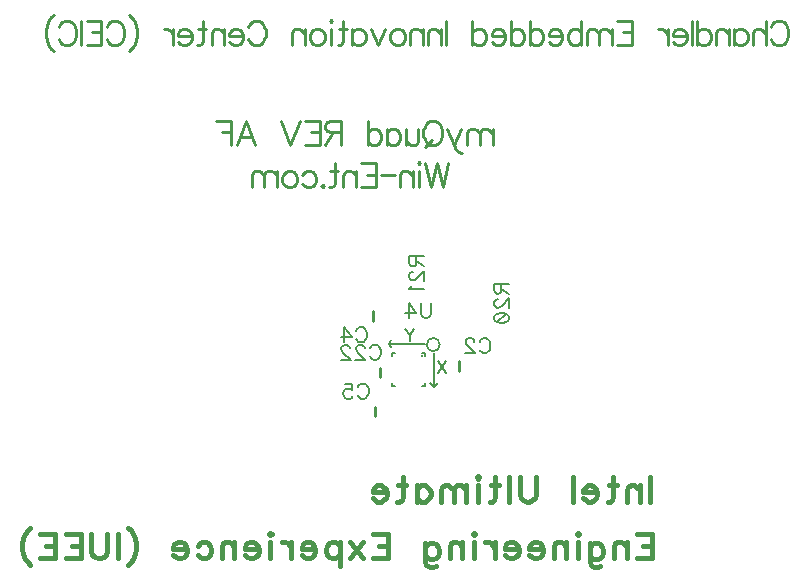
<source format=gbr>
G04 DipTrace 2.2.0.9*
%INBottomSilkAF.gbr*%
%MOIN*%
%ADD10C,0.0098*%
%ADD11C,0.006*%
%ADD17C,0.008*%
%ADD53O,0.0115X0.0106*%
%ADD118C,0.0077*%
%ADD120C,0.0175*%
%ADD121C,0.0087*%
%ADD122C,0.0062*%
%FSLAX44Y44*%
%SFA1B1*%
%OFA0B0*%
G04*
G70*
G90*
G75*
G01*
%LNBotSilk*%
%LPD*%
X19116Y19651D2*
D10*
Y19336D1*
X16249Y20997D2*
Y21312D1*
X16315Y17822D2*
Y18137D1*
X16476Y19115D2*
Y19430D1*
X18296Y19926D2*
D17*
Y18801D1*
D53*
X17895Y19840D3*
X18003Y19818D2*
D11*
Y19943D1*
X17877D1*
X17002D2*
X16877D1*
Y19818D1*
Y18943D2*
Y18818D1*
X17002D2*
X16877D1*
X18003D2*
Y18943D1*
Y18818D2*
X17877D1*
X18296Y18801D2*
D17*
X18171Y18926D1*
X18296Y18801D2*
X18421Y18926D1*
X17984Y20239D2*
X16796D1*
X16859Y20364D1*
X16796Y20239D2*
X16859Y20114D1*
X18046Y20208D2*
G02X18046Y20208I219J0D01*
G01*
X19811Y20303D2*
D118*
X19834Y20350D1*
D2*
X19883Y20398D1*
D2*
X19930Y20422D1*
D2*
X20026D1*
D2*
X20074Y20398D1*
D2*
X20121Y20350D1*
D2*
X20146Y20303D1*
D2*
X20169Y20231D1*
D2*
Y20111D1*
D2*
X20146Y20040D1*
D2*
X20121Y19992D1*
D2*
X20074Y19944D1*
D2*
X20026Y19920D1*
D2*
X19930D1*
D2*
X19883Y19944D1*
D2*
X19834Y19992D1*
D2*
X19811Y20040D1*
X19632Y20302D2*
Y20326D1*
D2*
X19608Y20374D1*
D2*
X19584Y20398D1*
D2*
X19536Y20422D1*
D2*
X19441D1*
D2*
X19393Y20398D1*
D2*
X19369Y20374D1*
D2*
X19345Y20326D1*
D2*
Y20279D1*
D2*
X19369Y20230D1*
D2*
X19417Y20159D1*
D2*
X19656Y19920D1*
D2*
X19321D1*
X15697Y20669D2*
X15720Y20716D1*
D2*
X15768Y20764D1*
D2*
X15816Y20788D1*
D2*
X15912D1*
D2*
X15960Y20764D1*
D2*
X16007Y20716D1*
D2*
X16031Y20669D1*
D2*
X16055Y20597D1*
D2*
Y20477D1*
D2*
X16031Y20406D1*
D2*
X16007Y20358D1*
D2*
X15960Y20310D1*
D2*
X15912Y20286D1*
D2*
X15816D1*
D2*
X15768Y20310D1*
D2*
X15720Y20358D1*
D2*
X15697Y20406D1*
X15303Y20286D2*
Y20788D1*
D2*
X15542Y20453D1*
D2*
X15183D1*
X15751Y18789D2*
X15774Y18837D1*
D2*
X15822Y18885D1*
D2*
X15870Y18909D1*
D2*
X15966D1*
D2*
X16014Y18885D1*
D2*
X16061Y18837D1*
D2*
X16085Y18789D1*
D2*
X16109Y18717D1*
D2*
Y18597D1*
D2*
X16085Y18526D1*
D2*
X16061Y18478D1*
D2*
X16014Y18431D1*
D2*
X15966Y18406D1*
D2*
X15870D1*
D2*
X15822Y18431D1*
D2*
X15774Y18478D1*
D2*
X15751Y18526D1*
X15309Y18908D2*
X15548D1*
D2*
X15572Y18693D1*
D2*
X15548Y18717D1*
D2*
X15476Y18741D1*
D2*
X15405D1*
D2*
X15333Y18717D1*
D2*
X15285Y18669D1*
D2*
X15261Y18597D1*
D2*
Y18550D1*
D2*
X15285Y18478D1*
D2*
X15333Y18430D1*
D2*
X15405Y18406D1*
D2*
X15476D1*
D2*
X15548Y18430D1*
D2*
X15572Y18454D1*
D2*
X15596Y18502D1*
X16156Y20082D2*
X16180Y20130D1*
D2*
X16228Y20178D1*
D2*
X16275Y20201D1*
D2*
X16371D1*
D2*
X16419Y20178D1*
D2*
X16467Y20130D1*
D2*
X16491Y20082D1*
D2*
X16515Y20010D1*
D2*
Y19890D1*
D2*
X16491Y19819D1*
D2*
X16467Y19771D1*
D2*
X16419Y19723D1*
D2*
X16371Y19699D1*
D2*
X16275D1*
D2*
X16228Y19723D1*
D2*
X16180Y19771D1*
D2*
X16156Y19819D1*
X15977Y20082D2*
Y20105D1*
D2*
X15953Y20153D1*
D2*
X15930Y20177D1*
D2*
X15882Y20201D1*
D2*
X15786D1*
D2*
X15738Y20177D1*
D2*
X15715Y20153D1*
D2*
X15690Y20105D1*
D2*
Y20058D1*
D2*
X15715Y20010D1*
D2*
X15762Y19938D1*
D2*
X16002Y19699D1*
D2*
X15667D1*
X15488Y20082D2*
Y20105D1*
D2*
X15464Y20153D1*
D2*
X15440Y20177D1*
D2*
X15392Y20201D1*
D2*
X15297D1*
D2*
X15249Y20177D1*
D2*
X15225Y20153D1*
D2*
X15201Y20105D1*
D2*
Y20058D1*
D2*
X15225Y20010D1*
D2*
X15273Y19938D1*
D2*
X15512Y19699D1*
D2*
X15177D1*
X20534Y22236D2*
Y22021D1*
D2*
X20509Y21949D1*
D2*
X20486Y21925D1*
D2*
X20438Y21901D1*
D2*
X20390D1*
D2*
X20343Y21925D1*
D2*
X20318Y21949D1*
D2*
X20294Y22021D1*
D2*
Y22236D1*
D2*
X20797D1*
X20534Y22068D2*
X20797Y21901D1*
X20414Y21722D2*
X20391D1*
D2*
X20343Y21699D1*
D2*
X20319Y21675D1*
D2*
X20295Y21627D1*
D2*
Y21531D1*
D2*
X20319Y21484D1*
D2*
X20343Y21460D1*
D2*
X20391Y21435D1*
D2*
X20438D1*
D2*
X20486Y21460D1*
D2*
X20558Y21507D1*
D2*
X20797Y21747D1*
D2*
Y21412D1*
X20295Y21114D2*
X20319Y21185D1*
D2*
X20391Y21234D1*
D2*
X20510Y21257D1*
D2*
X20582D1*
D2*
X20701Y21234D1*
D2*
X20773Y21185D1*
D2*
X20797Y21114D1*
D2*
Y21066D1*
D2*
X20773Y20994D1*
D2*
X20701Y20947D1*
D2*
X20582Y20922D1*
D2*
X20510D1*
D2*
X20391Y20947D1*
D2*
X20319Y20994D1*
D2*
X20295Y21066D1*
D2*
Y21114D1*
X20391Y20947D2*
X20701Y21234D1*
X17706Y23151D2*
Y22936D1*
D2*
X17682Y22865D1*
D2*
X17658Y22840D1*
D2*
X17611Y22816D1*
D2*
X17563D1*
D2*
X17515Y22840D1*
D2*
X17491Y22865D1*
D2*
X17467Y22936D1*
D2*
Y23151D1*
D2*
X17969D1*
X17706Y22984D2*
X17969Y22816D1*
X17587Y22638D2*
X17563D1*
D2*
X17515Y22614D1*
D2*
X17491Y22590D1*
D2*
X17468Y22542D1*
D2*
Y22447D1*
D2*
X17491Y22399D1*
D2*
X17515Y22375D1*
D2*
X17563Y22351D1*
D2*
X17611D1*
D2*
X17659Y22375D1*
D2*
X17730Y22423D1*
D2*
X17969Y22662D1*
D2*
Y22327D1*
X17563Y22173D2*
X17539Y22125D1*
D2*
X17468Y22053D1*
D2*
X17969D1*
X18189Y21596D2*
Y21237D1*
D2*
X18165Y21166D1*
D2*
X18117Y21118D1*
D2*
X18045Y21094D1*
D2*
X17998D1*
D2*
X17926Y21118D1*
D2*
X17878Y21166D1*
D2*
X17854Y21237D1*
D2*
Y21596D1*
X17461Y21094D2*
Y21596D1*
D2*
X17700Y21261D1*
D2*
X17341D1*
X25506Y15779D2*
D120*
Y14976D1*
X25156Y15511D2*
Y14976D1*
Y15358D2*
X25041Y15473D1*
D2*
X24964Y15511D1*
D2*
X24850D1*
D2*
X24773Y15473D1*
D2*
X24735Y15358D1*
D2*
Y14976D1*
X24270Y15779D2*
Y15128D1*
D2*
X24232Y15014D1*
D2*
X24155Y14976D1*
D2*
X24079D1*
X24385Y15511D2*
X24117D1*
X23729Y15281D2*
X23270D1*
D2*
Y15358D1*
D2*
X23308Y15435D1*
D2*
X23346Y15473D1*
D2*
X23423Y15511D1*
D2*
X23538D1*
D2*
X23614Y15473D1*
D2*
X23691Y15396D1*
D2*
X23729Y15281D1*
D2*
Y15205D1*
D2*
X23691Y15090D1*
D2*
X23614Y15014D1*
D2*
X23538Y14976D1*
D2*
X23423D1*
D2*
X23346Y15014D1*
D2*
X23270Y15090D1*
X22920Y15779D2*
Y14976D1*
X21689Y15779D2*
Y15205D1*
D2*
X21651Y15090D1*
D2*
X21574Y15014D1*
D2*
X21459Y14976D1*
D2*
X21383D1*
D2*
X21268Y15014D1*
D2*
X21191Y15090D1*
D2*
X21153Y15205D1*
D2*
Y15779D1*
X20804D2*
Y14976D1*
X20339Y15779D2*
Y15128D1*
D2*
X20301Y15014D1*
D2*
X20224Y14976D1*
D2*
X20148D1*
X20454Y15511D2*
X20186D1*
X19798Y15779D2*
X19760Y15741D1*
D2*
X19721Y15779D1*
D2*
X19760Y15818D1*
D2*
X19798Y15779D1*
X19760Y15511D2*
Y14976D1*
X19371Y15511D2*
Y14976D1*
Y15358D2*
X19256Y15473D1*
D2*
X19179Y15511D1*
D2*
X19065D1*
D2*
X18988Y15473D1*
D2*
X18950Y15358D1*
D2*
Y14976D1*
Y15358D2*
X18835Y15473D1*
D2*
X18758Y15511D1*
D2*
X18644D1*
D2*
X18567Y15473D1*
D2*
X18528Y15358D1*
D2*
Y14976D1*
X17719Y15511D2*
Y14976D1*
Y15396D2*
X17795Y15473D1*
D2*
X17872Y15511D1*
D2*
X17986D1*
D2*
X18063Y15473D1*
D2*
X18139Y15396D1*
D2*
X18178Y15281D1*
D2*
Y15205D1*
D2*
X18139Y15090D1*
D2*
X18063Y15014D1*
D2*
X17986Y14976D1*
D2*
X17872D1*
D2*
X17795Y15014D1*
D2*
X17719Y15090D1*
X17254Y15779D2*
Y15128D1*
D2*
X17216Y15014D1*
D2*
X17139Y14976D1*
D2*
X17063D1*
X17369Y15511D2*
X17101D1*
X16713Y15281D2*
X16254D1*
D2*
Y15358D1*
D2*
X16292Y15435D1*
D2*
X16330Y15473D1*
D2*
X16407Y15511D1*
D2*
X16522D1*
D2*
X16598Y15473D1*
D2*
X16675Y15396D1*
D2*
X16713Y15281D1*
D2*
Y15205D1*
D2*
X16675Y15090D1*
D2*
X16598Y15014D1*
D2*
X16522Y14976D1*
D2*
X16407D1*
D2*
X16330Y15014D1*
D2*
X16254Y15090D1*
X25058Y13889D2*
X25555D1*
D2*
Y13085D1*
D2*
X25058D1*
X25555Y13506D2*
X25249D1*
X24708Y13621D2*
Y13085D1*
Y13468D2*
X24593Y13583D1*
D2*
X24516Y13621D1*
D2*
X24402D1*
D2*
X24325Y13583D1*
D2*
X24287Y13468D1*
D2*
Y13085D1*
X23478Y13583D2*
Y12970D1*
D2*
X23516Y12856D1*
D2*
X23554Y12817D1*
D2*
X23631Y12779D1*
D2*
X23746D1*
D2*
X23822Y12817D1*
X23478Y13468D2*
X23554Y13544D1*
D2*
X23631Y13583D1*
D2*
X23746D1*
D2*
X23822Y13544D1*
D2*
X23899Y13468D1*
D2*
X23937Y13353D1*
D2*
Y13276D1*
D2*
X23899Y13162D1*
D2*
X23822Y13085D1*
D2*
X23746Y13047D1*
D2*
X23631D1*
D2*
X23554Y13085D1*
D2*
X23478Y13162D1*
X23128Y13889D2*
X23090Y13851D1*
D2*
X23051Y13889D1*
D2*
X23090Y13928D1*
D2*
X23128Y13889D1*
X23090Y13621D2*
Y13085D1*
X22701Y13621D2*
Y13085D1*
Y13468D2*
X22586Y13583D1*
D2*
X22509Y13621D1*
D2*
X22395D1*
D2*
X22318Y13583D1*
D2*
X22280Y13468D1*
D2*
Y13085D1*
X21930Y13391D2*
X21471D1*
D2*
Y13468D1*
D2*
X21509Y13545D1*
D2*
X21547Y13583D1*
D2*
X21624Y13621D1*
D2*
X21739D1*
D2*
X21815Y13583D1*
D2*
X21892Y13506D1*
D2*
X21930Y13391D1*
D2*
Y13315D1*
D2*
X21892Y13200D1*
D2*
X21815Y13124D1*
D2*
X21739Y13085D1*
D2*
X21624D1*
D2*
X21547Y13124D1*
D2*
X21471Y13200D1*
X21121Y13391D2*
X20662D1*
D2*
Y13468D1*
D2*
X20700Y13545D1*
D2*
X20738Y13583D1*
D2*
X20815Y13621D1*
D2*
X20930D1*
D2*
X21006Y13583D1*
D2*
X21083Y13506D1*
D2*
X21121Y13391D1*
D2*
Y13315D1*
D2*
X21083Y13200D1*
D2*
X21006Y13124D1*
D2*
X20930Y13085D1*
D2*
X20815D1*
D2*
X20738Y13124D1*
D2*
X20662Y13200D1*
X20312Y13621D2*
Y13085D1*
Y13391D2*
X20274Y13506D1*
D2*
X20198Y13583D1*
D2*
X20121Y13621D1*
D2*
X20006D1*
X19656Y13889D2*
X19618Y13851D1*
D2*
X19579Y13889D1*
D2*
X19618Y13928D1*
D2*
X19656Y13889D1*
X19618Y13621D2*
Y13085D1*
X19229Y13621D2*
Y13085D1*
Y13468D2*
X19114Y13583D1*
D2*
X19037Y13621D1*
D2*
X18923D1*
D2*
X18846Y13583D1*
D2*
X18808Y13468D1*
D2*
Y13085D1*
X17999Y13583D2*
Y12970D1*
D2*
X18037Y12856D1*
D2*
X18075Y12817D1*
D2*
X18152Y12779D1*
D2*
X18267D1*
D2*
X18343Y12817D1*
X17999Y13468D2*
X18075Y13544D1*
D2*
X18152Y13583D1*
D2*
X18267D1*
D2*
X18343Y13544D1*
D2*
X18420Y13468D1*
D2*
X18458Y13353D1*
D2*
Y13276D1*
D2*
X18420Y13162D1*
D2*
X18343Y13085D1*
D2*
X18267Y13047D1*
D2*
X18152D1*
D2*
X18075Y13085D1*
D2*
X17999Y13162D1*
X16271Y13889D2*
X16768D1*
D2*
Y13085D1*
D2*
X16271D1*
X16768Y13506D2*
X16462D1*
X15921Y13621D2*
X15501Y13085D1*
Y13621D2*
X15921Y13085D1*
X15151Y13621D2*
Y12817D1*
Y13506D2*
X15074Y13582D1*
D2*
X14998Y13621D1*
D2*
X14883D1*
D2*
X14806Y13582D1*
D2*
X14730Y13506D1*
D2*
X14691Y13391D1*
D2*
Y13314D1*
D2*
X14730Y13200D1*
D2*
X14806Y13123D1*
D2*
X14883Y13085D1*
D2*
X14998D1*
D2*
X15074Y13123D1*
D2*
X15151Y13200D1*
X14341Y13391D2*
X13882D1*
D2*
Y13468D1*
D2*
X13920Y13545D1*
D2*
X13958Y13583D1*
D2*
X14035Y13621D1*
D2*
X14150D1*
D2*
X14226Y13583D1*
D2*
X14303Y13506D1*
D2*
X14341Y13391D1*
D2*
Y13315D1*
D2*
X14303Y13200D1*
D2*
X14226Y13124D1*
D2*
X14150Y13085D1*
D2*
X14035D1*
D2*
X13958Y13124D1*
D2*
X13882Y13200D1*
X13532Y13621D2*
Y13085D1*
Y13391D2*
X13493Y13506D1*
D2*
X13417Y13583D1*
D2*
X13340Y13621D1*
D2*
X13225D1*
X12875Y13889D2*
X12837Y13851D1*
D2*
X12798Y13889D1*
D2*
X12837Y13928D1*
D2*
X12875Y13889D1*
X12837Y13621D2*
Y13085D1*
X12448Y13391D2*
X11989D1*
D2*
Y13468D1*
D2*
X12027Y13545D1*
D2*
X12065Y13583D1*
D2*
X12142Y13621D1*
D2*
X12257D1*
D2*
X12333Y13583D1*
D2*
X12410Y13506D1*
D2*
X12448Y13391D1*
D2*
Y13315D1*
D2*
X12410Y13200D1*
D2*
X12333Y13124D1*
D2*
X12257Y13085D1*
D2*
X12142D1*
D2*
X12065Y13124D1*
D2*
X11989Y13200D1*
X11639Y13621D2*
Y13085D1*
Y13468D2*
X11524Y13583D1*
D2*
X11447Y13621D1*
D2*
X11333D1*
D2*
X11256Y13583D1*
D2*
X11218Y13468D1*
D2*
Y13085D1*
X10409Y13506D2*
X10485Y13583D1*
D2*
X10562Y13621D1*
D2*
X10676D1*
D2*
X10753Y13583D1*
D2*
X10829Y13506D1*
D2*
X10868Y13391D1*
D2*
Y13315D1*
D2*
X10829Y13200D1*
D2*
X10753Y13124D1*
D2*
X10676Y13085D1*
D2*
X10562D1*
D2*
X10485Y13124D1*
D2*
X10409Y13200D1*
X10059Y13391D2*
X9600D1*
D2*
Y13468D1*
D2*
X9638Y13545D1*
D2*
X9676Y13583D1*
D2*
X9753Y13621D1*
D2*
X9868D1*
D2*
X9944Y13583D1*
D2*
X10021Y13506D1*
D2*
X10059Y13391D1*
D2*
Y13315D1*
D2*
X10021Y13200D1*
D2*
X9944Y13124D1*
D2*
X9868Y13085D1*
D2*
X9753D1*
D2*
X9676Y13124D1*
D2*
X9600Y13200D1*
X8101Y14098D2*
X8178Y14022D1*
D2*
X8254Y13907D1*
D2*
X8331Y13754D1*
D2*
X8369Y13563D1*
D2*
Y13410D1*
D2*
X8331Y13219D1*
D2*
X8254Y13066D1*
D2*
X8178Y12951D1*
D2*
X8101Y12875D1*
X7751Y13889D2*
Y13085D1*
X7401Y13889D2*
Y13315D1*
D2*
X7363Y13200D1*
D2*
X7286Y13124D1*
D2*
X7171Y13085D1*
D2*
X7095D1*
D2*
X6980Y13124D1*
D2*
X6903Y13200D1*
D2*
X6865Y13315D1*
D2*
Y13889D1*
X6018D2*
X6515D1*
D2*
Y13085D1*
D2*
X6018D1*
X6515Y13506D2*
X6209D1*
X5171Y13889D2*
X5668D1*
D2*
Y13085D1*
D2*
X5171D1*
X5668Y13506D2*
X5362D1*
X4822Y14098D2*
X4745Y14022D1*
D2*
X4669Y13907D1*
D2*
X4592Y13754D1*
D2*
X4554Y13563D1*
D2*
Y13410D1*
D2*
X4592Y13219D1*
D2*
X4669Y13066D1*
D2*
X4745Y12951D1*
D2*
X4822Y12875D1*
X29523Y30807D2*
D121*
X29561Y30883D1*
D2*
X29638Y30960D1*
D2*
X29714Y30998D1*
D2*
X29867D1*
D2*
X29944Y30960D1*
D2*
X30020Y30883D1*
D2*
X30059Y30807D1*
D2*
X30097Y30692D1*
D2*
Y30500D1*
D2*
X30059Y30386D1*
D2*
X30020Y30309D1*
D2*
X29944Y30233D1*
D2*
X29867Y30194D1*
D2*
X29714D1*
D2*
X29638Y30233D1*
D2*
X29561Y30309D1*
D2*
X29523Y30386D1*
X29348Y30998D2*
Y30194D1*
Y30577D2*
X29233Y30692D1*
D2*
X29157Y30730D1*
D2*
X29042D1*
D2*
X28966Y30692D1*
D2*
X28928Y30577D1*
D2*
Y30194D1*
X28294Y30730D2*
Y30194D1*
Y30615D2*
X28370Y30692D1*
D2*
X28447Y30730D1*
D2*
X28561D1*
D2*
X28638Y30692D1*
D2*
X28714Y30615D1*
D2*
X28753Y30500D1*
D2*
Y30424D1*
D2*
X28714Y30309D1*
D2*
X28638Y30233D1*
D2*
X28561Y30194D1*
D2*
X28447D1*
D2*
X28370Y30233D1*
D2*
X28294Y30309D1*
X28119Y30730D2*
Y30194D1*
Y30577D2*
X28004Y30692D1*
D2*
X27927Y30730D1*
D2*
X27813D1*
D2*
X27736Y30692D1*
D2*
X27698Y30577D1*
D2*
Y30194D1*
X27064Y30998D2*
Y30194D1*
Y30615D2*
X27140Y30692D1*
D2*
X27217Y30730D1*
D2*
X27332D1*
D2*
X27408Y30692D1*
D2*
X27485Y30615D1*
D2*
X27523Y30500D1*
D2*
Y30424D1*
D2*
X27485Y30309D1*
D2*
X27408Y30233D1*
D2*
X27332Y30194D1*
D2*
X27217D1*
D2*
X27140Y30233D1*
D2*
X27064Y30309D1*
X26889Y30998D2*
Y30194D1*
X26714Y30500D2*
X26255D1*
D2*
Y30577D1*
D2*
X26293Y30654D1*
D2*
X26331Y30692D1*
D2*
X26408Y30730D1*
D2*
X26523D1*
D2*
X26599Y30692D1*
D2*
X26676Y30615D1*
D2*
X26714Y30500D1*
D2*
Y30424D1*
D2*
X26676Y30309D1*
D2*
X26599Y30233D1*
D2*
X26523Y30194D1*
D2*
X26408D1*
D2*
X26331Y30233D1*
D2*
X26255Y30309D1*
X26080Y30730D2*
Y30194D1*
Y30500D2*
X26041Y30615D1*
D2*
X25965Y30692D1*
D2*
X25888Y30730D1*
D2*
X25773D1*
X24395Y30998D2*
X24892D1*
D2*
Y30194D1*
D2*
X24395D1*
X24892Y30615D2*
X24586D1*
X24220Y30730D2*
Y30194D1*
Y30577D2*
X24106Y30692D1*
D2*
X24029Y30730D1*
D2*
X23914D1*
D2*
X23838Y30692D1*
D2*
X23800Y30577D1*
D2*
Y30194D1*
Y30577D2*
X23685Y30692D1*
D2*
X23608Y30730D1*
D2*
X23494D1*
D2*
X23417Y30692D1*
D2*
X23378Y30577D1*
D2*
Y30194D1*
X23203Y30998D2*
Y30194D1*
Y30615D2*
X23126Y30692D1*
D2*
X23050Y30730D1*
D2*
X22935D1*
D2*
X22859Y30692D1*
D2*
X22782Y30615D1*
D2*
X22744Y30500D1*
D2*
Y30424D1*
D2*
X22782Y30309D1*
D2*
X22859Y30233D1*
D2*
X22935Y30194D1*
D2*
X23050D1*
D2*
X23126Y30233D1*
D2*
X23203Y30309D1*
X22569Y30500D2*
X22110D1*
D2*
Y30577D1*
D2*
X22148Y30654D1*
D2*
X22186Y30692D1*
D2*
X22263Y30730D1*
D2*
X22378D1*
D2*
X22454Y30692D1*
D2*
X22531Y30615D1*
D2*
X22569Y30500D1*
D2*
Y30424D1*
D2*
X22531Y30309D1*
D2*
X22454Y30233D1*
D2*
X22378Y30194D1*
D2*
X22263D1*
D2*
X22186Y30233D1*
D2*
X22110Y30309D1*
X21476Y30998D2*
Y30194D1*
Y30615D2*
X21552Y30692D1*
D2*
X21629Y30730D1*
D2*
X21744D1*
D2*
X21820Y30692D1*
D2*
X21897Y30615D1*
D2*
X21935Y30500D1*
D2*
Y30424D1*
D2*
X21897Y30309D1*
D2*
X21820Y30233D1*
D2*
X21744Y30194D1*
D2*
X21629D1*
D2*
X21552Y30233D1*
D2*
X21476Y30309D1*
X20842Y30998D2*
Y30194D1*
Y30615D2*
X20918Y30692D1*
D2*
X20995Y30730D1*
D2*
X21110D1*
D2*
X21186Y30692D1*
D2*
X21263Y30615D1*
D2*
X21301Y30500D1*
D2*
Y30424D1*
D2*
X21263Y30309D1*
D2*
X21186Y30233D1*
D2*
X21110Y30194D1*
D2*
X20995D1*
D2*
X20918Y30233D1*
D2*
X20842Y30309D1*
X20667Y30500D2*
X20208D1*
D2*
Y30577D1*
D2*
X20246Y30654D1*
D2*
X20284Y30692D1*
D2*
X20361Y30730D1*
D2*
X20476D1*
D2*
X20552Y30692D1*
D2*
X20629Y30615D1*
D2*
X20667Y30500D1*
D2*
Y30424D1*
D2*
X20629Y30309D1*
D2*
X20552Y30233D1*
D2*
X20476Y30194D1*
D2*
X20361D1*
D2*
X20284Y30233D1*
D2*
X20208Y30309D1*
X19574Y30998D2*
Y30194D1*
Y30615D2*
X19650Y30692D1*
D2*
X19727Y30730D1*
D2*
X19842D1*
D2*
X19918Y30692D1*
D2*
X19995Y30615D1*
D2*
X20033Y30500D1*
D2*
Y30424D1*
D2*
X19995Y30309D1*
D2*
X19918Y30233D1*
D2*
X19842Y30194D1*
D2*
X19727D1*
D2*
X19650Y30233D1*
D2*
X19574Y30309D1*
X18694Y30998D2*
Y30194D1*
X18519Y30730D2*
Y30194D1*
Y30577D2*
X18404Y30692D1*
D2*
X18327Y30730D1*
D2*
X18213D1*
D2*
X18136Y30692D1*
D2*
X18098Y30577D1*
D2*
Y30194D1*
X17923Y30730D2*
Y30194D1*
Y30577D2*
X17808Y30692D1*
D2*
X17731Y30730D1*
D2*
X17617D1*
D2*
X17540Y30692D1*
D2*
X17502Y30577D1*
D2*
Y30194D1*
X17136Y30730D2*
X17212Y30692D1*
D2*
X17289Y30615D1*
D2*
X17327Y30500D1*
D2*
Y30424D1*
D2*
X17289Y30309D1*
D2*
X17212Y30233D1*
D2*
X17136Y30194D1*
D2*
X17021D1*
D2*
X16944Y30233D1*
D2*
X16868Y30309D1*
D2*
X16829Y30424D1*
D2*
Y30500D1*
D2*
X16868Y30615D1*
D2*
X16944Y30692D1*
D2*
X17021Y30730D1*
D2*
X17136D1*
X16654D2*
X16424Y30194D1*
D2*
X16195Y30730D1*
X15561D2*
Y30194D1*
Y30615D2*
X15637Y30692D1*
D2*
X15714Y30730D1*
D2*
X15828D1*
D2*
X15905Y30692D1*
D2*
X15981Y30615D1*
D2*
X16020Y30500D1*
D2*
Y30424D1*
D2*
X15981Y30309D1*
D2*
X15905Y30233D1*
D2*
X15828Y30194D1*
D2*
X15714D1*
D2*
X15637Y30233D1*
D2*
X15561Y30309D1*
X15271Y30998D2*
Y30347D1*
D2*
X15233Y30233D1*
D2*
X15156Y30194D1*
D2*
X15080D1*
X15386Y30730D2*
X15118D1*
X14905Y30998D2*
X14867Y30960D1*
D2*
X14828Y30998D1*
D2*
X14867Y31037D1*
D2*
X14905Y30998D1*
X14867Y30730D2*
Y30194D1*
X14462Y30730D2*
X14538Y30692D1*
D2*
X14615Y30615D1*
D2*
X14653Y30500D1*
D2*
Y30424D1*
D2*
X14615Y30309D1*
D2*
X14538Y30233D1*
D2*
X14462Y30194D1*
D2*
X14347D1*
D2*
X14270Y30233D1*
D2*
X14194Y30309D1*
D2*
X14155Y30424D1*
D2*
Y30500D1*
D2*
X14194Y30615D1*
D2*
X14270Y30692D1*
D2*
X14347Y30730D1*
D2*
X14462D1*
X13980D2*
Y30194D1*
Y30577D2*
X13865Y30692D1*
D2*
X13788Y30730D1*
D2*
X13674D1*
D2*
X13597Y30692D1*
D2*
X13559Y30577D1*
D2*
Y30194D1*
X12105Y30807D2*
X12143Y30883D1*
D2*
X12220Y30960D1*
D2*
X12296Y30998D1*
D2*
X12449D1*
D2*
X12526Y30960D1*
D2*
X12602Y30883D1*
D2*
X12641Y30807D1*
D2*
X12679Y30692D1*
D2*
Y30500D1*
D2*
X12641Y30386D1*
D2*
X12602Y30309D1*
D2*
X12526Y30233D1*
D2*
X12449Y30194D1*
D2*
X12296D1*
D2*
X12220Y30233D1*
D2*
X12143Y30309D1*
D2*
X12105Y30386D1*
X11930Y30500D2*
X11471D1*
D2*
Y30577D1*
D2*
X11509Y30654D1*
D2*
X11547Y30692D1*
D2*
X11624Y30730D1*
D2*
X11739D1*
D2*
X11815Y30692D1*
D2*
X11892Y30615D1*
D2*
X11930Y30500D1*
D2*
Y30424D1*
D2*
X11892Y30309D1*
D2*
X11815Y30233D1*
D2*
X11739Y30194D1*
D2*
X11624D1*
D2*
X11547Y30233D1*
D2*
X11471Y30309D1*
X11296Y30730D2*
Y30194D1*
Y30577D2*
X11181Y30692D1*
D2*
X11104Y30730D1*
D2*
X10990D1*
D2*
X10913Y30692D1*
D2*
X10875Y30577D1*
D2*
Y30194D1*
X10585Y30998D2*
Y30347D1*
D2*
X10547Y30233D1*
D2*
X10470Y30194D1*
D2*
X10394D1*
X10700Y30730D2*
X10432D1*
X10219Y30500D2*
X9760D1*
D2*
Y30577D1*
D2*
X9798Y30654D1*
D2*
X9836Y30692D1*
D2*
X9913Y30730D1*
D2*
X10028D1*
D2*
X10104Y30692D1*
D2*
X10181Y30615D1*
D2*
X10219Y30500D1*
D2*
Y30424D1*
D2*
X10181Y30309D1*
D2*
X10104Y30233D1*
D2*
X10028Y30194D1*
D2*
X9913D1*
D2*
X9836Y30233D1*
D2*
X9760Y30309D1*
X9585Y30730D2*
Y30194D1*
Y30500D2*
X9546Y30615D1*
D2*
X9470Y30692D1*
D2*
X9393Y30730D1*
D2*
X9278D1*
X8130Y31208D2*
X8207Y31132D1*
D2*
X8283Y31017D1*
D2*
X8360Y30864D1*
D2*
X8398Y30672D1*
D2*
Y30519D1*
D2*
X8360Y30328D1*
D2*
X8283Y30175D1*
D2*
X8207Y30060D1*
D2*
X8130Y29984D1*
X7381Y30807D2*
X7419Y30883D1*
D2*
X7496Y30960D1*
D2*
X7572Y30998D1*
D2*
X7725D1*
D2*
X7802Y30960D1*
D2*
X7878Y30883D1*
D2*
X7917Y30807D1*
D2*
X7955Y30692D1*
D2*
Y30500D1*
D2*
X7917Y30386D1*
D2*
X7878Y30309D1*
D2*
X7802Y30233D1*
D2*
X7725Y30194D1*
D2*
X7572D1*
D2*
X7496Y30233D1*
D2*
X7419Y30309D1*
D2*
X7381Y30386D1*
X6709Y30998D2*
X7206D1*
D2*
Y30194D1*
D2*
X6709D1*
X7206Y30615D2*
X6900D1*
X6534Y30998D2*
Y30194D1*
X5785Y30807D2*
X5823Y30883D1*
D2*
X5900Y30960D1*
D2*
X5976Y30998D1*
D2*
X6129D1*
D2*
X6206Y30960D1*
D2*
X6282Y30883D1*
D2*
X6321Y30807D1*
D2*
X6359Y30692D1*
D2*
Y30500D1*
D2*
X6321Y30386D1*
D2*
X6282Y30309D1*
D2*
X6206Y30233D1*
D2*
X6129Y30194D1*
D2*
X5976D1*
D2*
X5900Y30233D1*
D2*
X5823Y30309D1*
D2*
X5785Y30386D1*
X5610Y31208D2*
X5533Y31132D1*
D2*
X5457Y31017D1*
D2*
X5380Y30864D1*
D2*
X5342Y30672D1*
D2*
Y30519D1*
D2*
X5380Y30328D1*
D2*
X5457Y30175D1*
D2*
X5533Y30060D1*
D2*
X5610Y29984D1*
X20244Y27393D2*
Y26857D1*
Y27240D2*
X20129Y27355D1*
D2*
X20052Y27393D1*
D2*
X19938D1*
D2*
X19861Y27355D1*
D2*
X19823Y27240D1*
D2*
Y26857D1*
Y27240D2*
X19708Y27355D1*
D2*
X19631Y27393D1*
D2*
X19517D1*
D2*
X19440Y27355D1*
D2*
X19401Y27240D1*
D2*
Y26857D1*
X19187Y27393D2*
X18958Y26857D1*
D2*
X19034Y26704D1*
D2*
X19111Y26627D1*
D2*
X19187Y26589D1*
D2*
X19226D1*
X18728Y27393D2*
X18958Y26857D1*
X18324Y27661D2*
X18400Y27624D1*
D2*
X18477Y27547D1*
D2*
X18515Y27470D1*
D2*
X18553Y27355D1*
D2*
Y27164D1*
D2*
X18515Y27049D1*
D2*
X18477Y26973D1*
D2*
X18400Y26896D1*
D2*
X18324Y26858D1*
D2*
X18171D1*
D2*
X18094Y26896D1*
D2*
X18018Y26973D1*
D2*
X17980Y27049D1*
D2*
X17941Y27164D1*
D2*
Y27355D1*
D2*
X17980Y27470D1*
D2*
X18018Y27547D1*
D2*
X18094Y27624D1*
D2*
X18171Y27661D1*
D2*
X18324D1*
X18209Y27011D2*
X17980Y26781D1*
X17766Y27393D2*
Y27010D1*
D2*
X17728Y26896D1*
D2*
X17651Y26857D1*
D2*
X17536D1*
D2*
X17460Y26896D1*
D2*
X17345Y27010D1*
Y27393D2*
Y26857D1*
X16711Y27393D2*
Y26857D1*
Y27278D2*
X16787Y27355D1*
D2*
X16864Y27393D1*
D2*
X16978D1*
D2*
X17055Y27355D1*
D2*
X17131Y27278D1*
D2*
X17170Y27163D1*
D2*
Y27087D1*
D2*
X17131Y26972D1*
D2*
X17055Y26896D1*
D2*
X16978Y26857D1*
D2*
X16864D1*
D2*
X16787Y26896D1*
D2*
X16711Y26972D1*
X16077Y27661D2*
Y26857D1*
Y27278D2*
X16153Y27355D1*
D2*
X16230Y27393D1*
D2*
X16345D1*
D2*
X16421Y27355D1*
D2*
X16498Y27278D1*
D2*
X16536Y27163D1*
D2*
Y27087D1*
D2*
X16498Y26972D1*
D2*
X16421Y26896D1*
D2*
X16345Y26857D1*
D2*
X16230D1*
D2*
X16153Y26896D1*
D2*
X16077Y26972D1*
X15196Y27278D2*
X14852D1*
D2*
X14737Y27317D1*
D2*
X14698Y27355D1*
D2*
X14660Y27431D1*
D2*
Y27508D1*
D2*
X14698Y27584D1*
D2*
X14737Y27623D1*
D2*
X14852Y27661D1*
D2*
X15196D1*
D2*
Y26857D1*
X14928Y27278D2*
X14660Y26857D1*
X13988Y27661D2*
X14485D1*
D2*
Y26857D1*
D2*
X13988D1*
X14485Y27278D2*
X14179D1*
X13813Y27661D2*
X13507Y26857D1*
D2*
X13202Y27661D1*
X11708Y26857D2*
X12015Y27661D1*
D2*
X12321Y26857D1*
X12206Y27125D2*
X11823D1*
X11035Y27661D2*
X11533D1*
D2*
Y26857D1*
Y27278D2*
X11227D1*
X18771Y26251D2*
X18580Y25447D1*
D2*
X18388Y26251D1*
D2*
X18197Y25447D1*
D2*
X18006Y26251D1*
X17831D2*
X17793Y26213D1*
D2*
X17754Y26251D1*
D2*
X17793Y26290D1*
D2*
X17831Y26251D1*
X17793Y25983D2*
Y25447D1*
X17579Y25983D2*
Y25447D1*
Y25830D2*
X17464Y25945D1*
D2*
X17387Y25983D1*
D2*
X17273D1*
D2*
X17196Y25945D1*
D2*
X17158Y25830D1*
D2*
Y25447D1*
X16983Y25849D2*
X16541D1*
X15869Y26251D2*
X16366D1*
D2*
Y25447D1*
D2*
X15869D1*
X16366Y25868D2*
X16060D1*
X15694Y25983D2*
Y25447D1*
Y25830D2*
X15579Y25945D1*
D2*
X15502Y25983D1*
D2*
X15388D1*
D2*
X15311Y25945D1*
D2*
X15273Y25830D1*
D2*
Y25447D1*
X14983Y26251D2*
Y25600D1*
D2*
X14945Y25486D1*
D2*
X14868Y25447D1*
D2*
X14792D1*
X15098Y25983D2*
X14830D1*
X14579Y25524D2*
X14617Y25486D1*
D2*
X14579Y25447D1*
D2*
X14540Y25486D1*
D2*
X14579Y25524D1*
X13905Y25868D2*
X13982Y25945D1*
D2*
X14059Y25983D1*
D2*
X14173D1*
D2*
X14250Y25945D1*
D2*
X14326Y25868D1*
D2*
X14365Y25753D1*
D2*
Y25677D1*
D2*
X14326Y25562D1*
D2*
X14250Y25486D1*
D2*
X14173Y25447D1*
D2*
X14059D1*
D2*
X13982Y25486D1*
D2*
X13905Y25562D1*
X13539Y25983D2*
X13615Y25945D1*
D2*
X13692Y25868D1*
D2*
X13730Y25753D1*
D2*
Y25677D1*
D2*
X13692Y25562D1*
D2*
X13615Y25486D1*
D2*
X13539Y25447D1*
D2*
X13424D1*
D2*
X13347Y25486D1*
D2*
X13271Y25562D1*
D2*
X13232Y25677D1*
D2*
Y25753D1*
D2*
X13271Y25868D1*
D2*
X13347Y25945D1*
D2*
X13424Y25983D1*
D2*
X13539D1*
X13057D2*
Y25447D1*
Y25830D2*
X12942Y25945D1*
D2*
X12865Y25983D1*
D2*
X12751D1*
D2*
X12674Y25945D1*
D2*
X12636Y25830D1*
D2*
Y25447D1*
Y25830D2*
X12521Y25945D1*
D2*
X12444Y25983D1*
D2*
X12330D1*
D2*
X12253Y25945D1*
D2*
X12214Y25830D1*
D2*
Y25447D1*
X17641Y20728D2*
D122*
X17488Y20537D1*
D2*
Y20326D1*
X17335Y20728D2*
X17488Y20537D1*
X18703Y19666D2*
X18435Y19264D1*
Y19666D2*
X18703Y19264D1*
M02*

</source>
